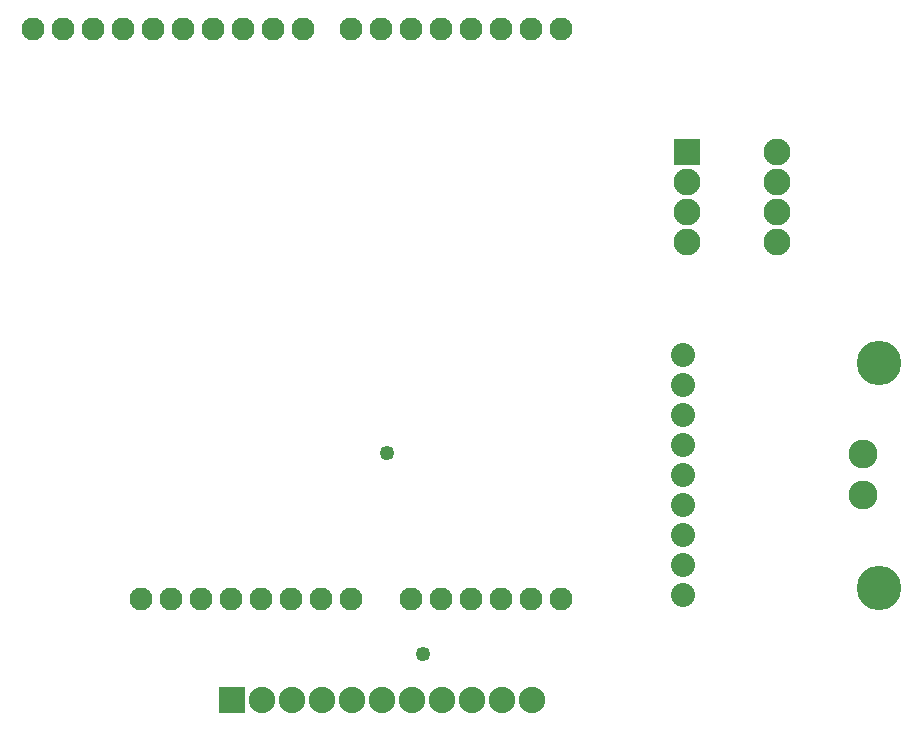
<source format=gbs>
G04 MADE WITH FRITZING*
G04 WWW.FRITZING.ORG*
G04 DOUBLE SIDED*
G04 HOLES PLATED*
G04 CONTOUR ON CENTER OF CONTOUR VECTOR*
%ASAXBY*%
%FSLAX23Y23*%
%MOIN*%
%OFA0B0*%
%SFA1.0B1.0*%
%ADD10C,0.076194*%
%ADD11C,0.076222*%
%ADD12C,0.148425*%
%ADD13C,0.096000*%
%ADD14C,0.080000*%
%ADD15C,0.088000*%
%ADD16C,0.049370*%
%ADD17C,0.089370*%
%ADD18R,0.088000X0.088000*%
%ADD19R,0.089370X0.089370*%
%LNMASK0*%
G90*
G70*
G54D10*
X2128Y592D03*
X2228Y592D03*
X2328Y592D03*
X2428Y592D03*
X2528Y592D03*
G54D11*
X1668Y2492D03*
X1568Y2492D03*
X1468Y2492D03*
X1368Y2492D03*
X1268Y2492D03*
X1168Y2492D03*
X1068Y2492D03*
X968Y2492D03*
X868Y2492D03*
X768Y2492D03*
X2528Y2492D03*
X2428Y2492D03*
X2328Y2492D03*
X2228Y2492D03*
X2128Y2492D03*
X2028Y2492D03*
X1928Y2492D03*
X1828Y2492D03*
G54D10*
X1228Y592D03*
X1128Y592D03*
X1328Y592D03*
X1428Y592D03*
X1528Y592D03*
X1628Y592D03*
X1728Y592D03*
X1828Y592D03*
X2028Y592D03*
G54D12*
X3587Y1380D03*
G54D13*
X3532Y938D03*
G54D12*
X3587Y630D03*
G54D14*
X2932Y605D03*
X2932Y705D03*
X2932Y805D03*
X2932Y905D03*
X2932Y1005D03*
X2932Y1105D03*
X2932Y1205D03*
X2932Y1305D03*
X2932Y1405D03*
G54D13*
X3532Y1076D03*
G54D15*
X1430Y254D03*
X1530Y254D03*
X1630Y254D03*
X1730Y254D03*
X1830Y254D03*
X1930Y254D03*
X2030Y254D03*
X2130Y254D03*
X2230Y254D03*
X2330Y254D03*
X2430Y254D03*
G54D16*
X1948Y1078D03*
X2065Y408D03*
G54D17*
X2947Y2083D03*
X3247Y2083D03*
X2947Y1983D03*
X3247Y1983D03*
X2947Y1883D03*
X3247Y1883D03*
X2947Y1783D03*
X3247Y1783D03*
G54D18*
X1430Y254D03*
G54D19*
X2947Y2083D03*
G04 End of Mask0*
M02*
</source>
